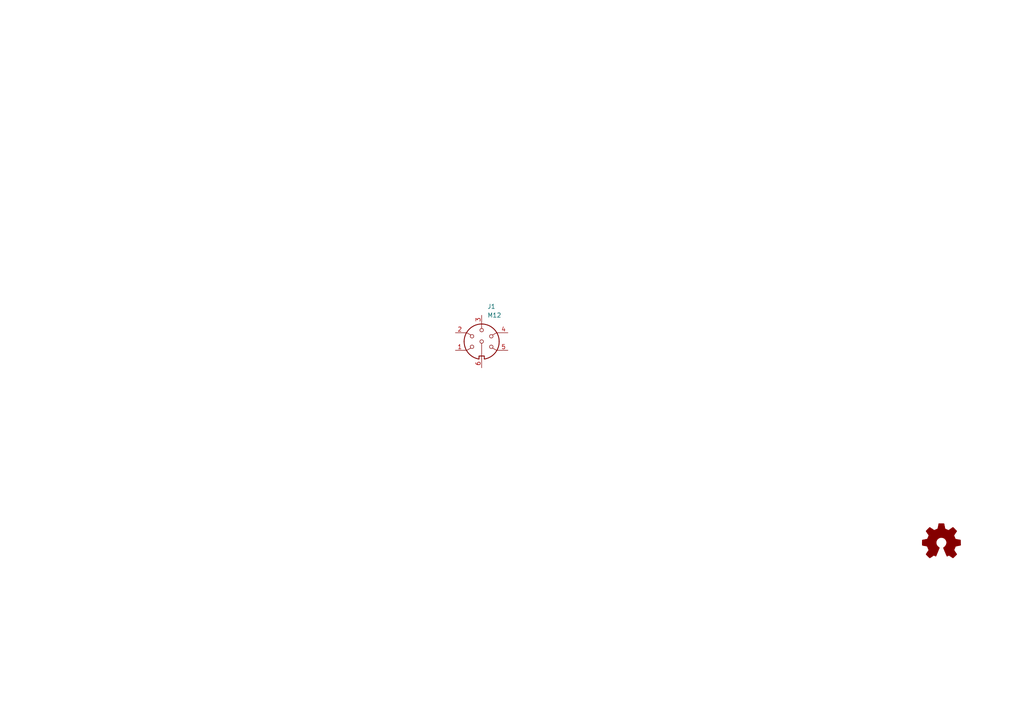
<source format=kicad_sch>
(kicad_sch
	(version 20231120)
	(generator "eeschema")
	(generator_version "8.0")
	(uuid "57732dd3-1162-4c3f-88bd-31bf473d124d")
	(paper "A4")
	(lib_symbols
		(symbol "Connector:DIN-6"
			(pin_names
				(offset 1.016)
			)
			(exclude_from_sim no)
			(in_bom yes)
			(on_board yes)
			(property "Reference" "J"
				(at 3.175 5.715 0)
				(effects
					(font
						(size 1.27 1.27)
					)
				)
			)
			(property "Value" "DIN-6"
				(at 4.445 -4.445 0)
				(effects
					(font
						(size 1.27 1.27)
					)
					(justify left)
				)
			)
			(property "Footprint" ""
				(at 0 0 0)
				(effects
					(font
						(size 1.27 1.27)
					)
					(hide yes)
				)
			)
			(property "Datasheet" "http://www.mouser.com/ds/2/18/40_c091_abd_e-75918.pdf"
				(at 0 0 0)
				(effects
					(font
						(size 1.27 1.27)
					)
					(hide yes)
				)
			)
			(property "Description" "6-pin DIN connector"
				(at 0 0 0)
				(effects
					(font
						(size 1.27 1.27)
					)
					(hide yes)
				)
			)
			(property "ki_keywords" "circular DIN connector"
				(at 0 0 0)
				(effects
					(font
						(size 1.27 1.27)
					)
					(hide yes)
				)
			)
			(property "ki_fp_filters" "DIN*"
				(at 0 0 0)
				(effects
					(font
						(size 1.27 1.27)
					)
					(hide yes)
				)
			)
			(symbol "DIN-6_0_1"
				(arc
					(start -5.08 0)
					(mid -3.8609 -3.3364)
					(end -0.762 -5.08)
					(stroke
						(width 0.254)
						(type default)
					)
					(fill
						(type none)
					)
				)
				(circle
					(center -2.794 -1.524)
					(radius 0.508)
					(stroke
						(width 0)
						(type default)
					)
					(fill
						(type none)
					)
				)
				(circle
					(center -2.794 1.524)
					(radius 0.508)
					(stroke
						(width 0)
						(type default)
					)
					(fill
						(type none)
					)
				)
				(polyline
					(pts
						(xy 0 -5.08) (xy 0 -0.508)
					)
					(stroke
						(width 0)
						(type default)
					)
					(fill
						(type none)
					)
				)
				(polyline
					(pts
						(xy 0 5.08) (xy 0 3.81)
					)
					(stroke
						(width 0)
						(type default)
					)
					(fill
						(type none)
					)
				)
				(polyline
					(pts
						(xy -5.08 -2.54) (xy -4.318 -2.54) (xy -3.175 -1.905)
					)
					(stroke
						(width 0)
						(type default)
					)
					(fill
						(type none)
					)
				)
				(polyline
					(pts
						(xy -5.08 2.54) (xy -4.318 2.54) (xy -3.175 1.905)
					)
					(stroke
						(width 0)
						(type default)
					)
					(fill
						(type none)
					)
				)
				(polyline
					(pts
						(xy 5.08 -2.54) (xy 4.318 -2.54) (xy 3.175 -1.905)
					)
					(stroke
						(width 0)
						(type default)
					)
					(fill
						(type none)
					)
				)
				(polyline
					(pts
						(xy 5.08 2.54) (xy 4.318 2.54) (xy 3.175 1.905)
					)
					(stroke
						(width 0)
						(type default)
					)
					(fill
						(type none)
					)
				)
				(polyline
					(pts
						(xy -0.762 -4.953) (xy -0.762 -4.191) (xy 0.762 -4.191) (xy 0.762 -4.953)
					)
					(stroke
						(width 0.254)
						(type default)
					)
					(fill
						(type none)
					)
				)
				(circle
					(center 0 0)
					(radius 0.508)
					(stroke
						(width 0)
						(type default)
					)
					(fill
						(type none)
					)
				)
				(circle
					(center 0 3.302)
					(radius 0.508)
					(stroke
						(width 0)
						(type default)
					)
					(fill
						(type none)
					)
				)
				(arc
					(start 0.762 -5.08)
					(mid 3.8685 -3.343)
					(end 5.08 0)
					(stroke
						(width 0.254)
						(type default)
					)
					(fill
						(type none)
					)
				)
				(circle
					(center 2.794 -1.524)
					(radius 0.508)
					(stroke
						(width 0)
						(type default)
					)
					(fill
						(type none)
					)
				)
				(circle
					(center 2.794 1.524)
					(radius 0.508)
					(stroke
						(width 0)
						(type default)
					)
					(fill
						(type none)
					)
				)
				(arc
					(start 5.08 0)
					(mid 0 5.0579)
					(end -5.08 0)
					(stroke
						(width 0.254)
						(type default)
					)
					(fill
						(type none)
					)
				)
			)
			(symbol "DIN-6_1_1"
				(pin passive line
					(at -7.62 -2.54 0)
					(length 2.54)
					(name "~"
						(effects
							(font
								(size 1.27 1.27)
							)
						)
					)
					(number "1"
						(effects
							(font
								(size 1.27 1.27)
							)
						)
					)
				)
				(pin passive line
					(at -7.62 2.54 0)
					(length 2.54)
					(name "~"
						(effects
							(font
								(size 1.27 1.27)
							)
						)
					)
					(number "2"
						(effects
							(font
								(size 1.27 1.27)
							)
						)
					)
				)
				(pin passive line
					(at 0 7.62 270)
					(length 2.54)
					(name "~"
						(effects
							(font
								(size 1.27 1.27)
							)
						)
					)
					(number "3"
						(effects
							(font
								(size 1.27 1.27)
							)
						)
					)
				)
				(pin passive line
					(at 7.62 2.54 180)
					(length 2.54)
					(name "~"
						(effects
							(font
								(size 1.27 1.27)
							)
						)
					)
					(number "4"
						(effects
							(font
								(size 1.27 1.27)
							)
						)
					)
				)
				(pin passive line
					(at 7.62 -2.54 180)
					(length 2.54)
					(name "~"
						(effects
							(font
								(size 1.27 1.27)
							)
						)
					)
					(number "5"
						(effects
							(font
								(size 1.27 1.27)
							)
						)
					)
				)
				(pin passive line
					(at 0 -7.62 90)
					(length 2.54)
					(name "~"
						(effects
							(font
								(size 1.27 1.27)
							)
						)
					)
					(number "6"
						(effects
							(font
								(size 1.27 1.27)
							)
						)
					)
				)
			)
		)
		(symbol "Graphic:Logo_Open_Hardware_Small"
			(pin_names
				(offset 1.016)
			)
			(exclude_from_sim no)
			(in_bom yes)
			(on_board yes)
			(property "Reference" "#LOGO"
				(at 0 6.985 0)
				(effects
					(font
						(size 1.27 1.27)
					)
					(hide yes)
				)
			)
			(property "Value" "Logo_Open_Hardware_Small"
				(at 0 -5.715 0)
				(effects
					(font
						(size 1.27 1.27)
					)
					(hide yes)
				)
			)
			(property "Footprint" ""
				(at 0 0 0)
				(effects
					(font
						(size 1.27 1.27)
					)
					(hide yes)
				)
			)
			(property "Datasheet" "~"
				(at 0 0 0)
				(effects
					(font
						(size 1.27 1.27)
					)
					(hide yes)
				)
			)
			(property "Description" "Open Hardware logo, small"
				(at 0 0 0)
				(effects
					(font
						(size 1.27 1.27)
					)
					(hide yes)
				)
			)
			(property "ki_keywords" "Logo"
				(at 0 0 0)
				(effects
					(font
						(size 1.27 1.27)
					)
					(hide yes)
				)
			)
			(symbol "Logo_Open_Hardware_Small_0_1"
				(polyline
					(pts
						(xy 3.3528 -4.3434) (xy 3.302 -4.318) (xy 3.175 -4.2418) (xy 2.9972 -4.1148) (xy 2.7686 -3.9624)
						(xy 2.54 -3.81) (xy 2.3622 -3.7084) (xy 2.2352 -3.6068) (xy 2.1844 -3.5814) (xy 2.159 -3.6068)
						(xy 2.0574 -3.6576) (xy 1.905 -3.7338) (xy 1.8034 -3.7846) (xy 1.6764 -3.8354) (xy 1.6002 -3.8354)
						(xy 1.6002 -3.8354) (xy 1.5494 -3.7338) (xy 1.4732 -3.5306) (xy 1.3462 -3.302) (xy 1.2446 -3.0226)
						(xy 1.1176 -2.7178) (xy 0.9652 -2.413) (xy 0.8636 -2.1082) (xy 0.7366 -1.8288) (xy 0.6604 -1.6256)
						(xy 0.6096 -1.4732) (xy 0.5842 -1.397) (xy 0.5842 -1.397) (xy 0.6604 -1.3208) (xy 0.7874 -1.2446)
						(xy 1.0414 -1.016) (xy 1.2954 -0.6858) (xy 1.4478 -0.3302) (xy 1.524 0.0762) (xy 1.4732 0.4572)
						(xy 1.3208 0.8128) (xy 1.0668 1.143) (xy 0.762 1.3716) (xy 0.4064 1.524) (xy 0 1.5748) (xy -0.381 1.5494)
						(xy -0.7366 1.397) (xy -1.0668 1.143) (xy -1.2192 0.9906) (xy -1.397 0.6604) (xy -1.524 0.3048)
						(xy -1.524 0.2286) (xy -1.4986 -0.1778) (xy -1.397 -0.5334) (xy -1.1938 -0.8636) (xy -0.9144 -1.143)
						(xy -0.8636 -1.1684) (xy -0.7366 -1.27) (xy -0.635 -1.3462) (xy -0.5842 -1.397) (xy -1.0668 -2.5908)
						(xy -1.143 -2.794) (xy -1.2954 -3.1242) (xy -1.397 -3.4036) (xy -1.4986 -3.6322) (xy -1.5748 -3.7846)
						(xy -1.6002 -3.8354) (xy -1.6002 -3.8354) (xy -1.651 -3.8354) (xy -1.7272 -3.81) (xy -1.905 -3.7338)
						(xy -2.0066 -3.683) (xy -2.1336 -3.6068) (xy -2.2098 -3.5814) (xy -2.2606 -3.6068) (xy -2.3622 -3.683)
						(xy -2.54 -3.81) (xy -2.7686 -3.9624) (xy -2.9718 -4.0894) (xy -3.1496 -4.2164) (xy -3.302 -4.318)
						(xy -3.3528 -4.3434) (xy -3.3782 -4.3434) (xy -3.429 -4.318) (xy -3.5306 -4.2164) (xy -3.7084 -4.064)
						(xy -3.937 -3.8354) (xy -3.9624 -3.81) (xy -4.1656 -3.6068) (xy -4.318 -3.4544) (xy -4.4196 -3.3274)
						(xy -4.445 -3.2766) (xy -4.445 -3.2766) (xy -4.4196 -3.2258) (xy -4.318 -3.0734) (xy -4.2164 -2.8956)
						(xy -4.064 -2.667) (xy -3.6576 -2.0828) (xy -3.8862 -1.5494) (xy -3.937 -1.3716) (xy -4.0386 -1.1684)
						(xy -4.0894 -1.0414) (xy -4.1148 -0.9652) (xy -4.191 -0.9398) (xy -4.318 -0.9144) (xy -4.5466 -0.8636)
						(xy -4.8006 -0.8128) (xy -5.0546 -0.7874) (xy -5.2578 -0.7366) (xy -5.4356 -0.7112) (xy -5.5118 -0.6858)
						(xy -5.5118 -0.6858) (xy -5.5372 -0.635) (xy -5.5372 -0.5588) (xy -5.5372 -0.4318) (xy -5.5626 -0.2286)
						(xy -5.5626 0.0762) (xy -5.5626 0.127) (xy -5.5372 0.4064) (xy -5.5372 0.635) (xy -5.5372 0.762)
						(xy -5.5372 0.8382) (xy -5.5372 0.8382) (xy -5.461 0.8382) (xy -5.3086 0.889) (xy -5.08 0.9144)
						(xy -4.826 0.9652) (xy -4.8006 0.9906) (xy -4.5466 1.0414) (xy -4.318 1.0668) (xy -4.1656 1.1176)
						(xy -4.0894 1.143) (xy -4.0894 1.143) (xy -4.0386 1.2446) (xy -3.9624 1.4224) (xy -3.8608 1.6256)
						(xy -3.7846 1.8288) (xy -3.7084 2.0066) (xy -3.6576 2.159) (xy -3.6322 2.2098) (xy -3.6322 2.2098)
						(xy -3.683 2.286) (xy -3.7592 2.413) (xy -3.8862 2.5908) (xy -4.064 2.8194) (xy -4.064 2.8448)
						(xy -4.2164 3.0734) (xy -4.3434 3.2512) (xy -4.4196 3.3782) (xy -4.445 3.4544) (xy -4.445 3.4544)
						(xy -4.3942 3.5052) (xy -4.2926 3.6322) (xy -4.1148 3.81) (xy -3.937 4.0132) (xy -3.8608 4.064)
						(xy -3.6576 4.2926) (xy -3.5052 4.4196) (xy -3.4036 4.4958) (xy -3.3528 4.5212) (xy -3.3528 4.5212)
						(xy -3.302 4.4704) (xy -3.1496 4.3688) (xy -2.9718 4.2418) (xy -2.7432 4.0894) (xy -2.7178 4.0894)
						(xy -2.4892 3.937) (xy -2.3114 3.81) (xy -2.1844 3.7084) (xy -2.1336 3.683) (xy -2.1082 3.683)
						(xy -2.032 3.7084) (xy -1.8542 3.7592) (xy -1.6764 3.8354) (xy -1.4732 3.937) (xy -1.27 4.0132)
						(xy -1.143 4.064) (xy -1.0668 4.1148) (xy -1.0668 4.1148) (xy -1.0414 4.191) (xy -1.016 4.3434)
						(xy -0.9652 4.572) (xy -0.9144 4.8514) (xy -0.889 4.9022) (xy -0.8382 5.1562) (xy -0.8128 5.3848)
						(xy -0.7874 5.5372) (xy -0.762 5.588) (xy -0.7112 5.6134) (xy -0.5842 5.6134) (xy -0.4064 5.6134)
						(xy -0.1524 5.6134) (xy 0.0762 5.6134) (xy 0.3302 5.6134) (xy 0.5334 5.6134) (xy 0.6858 5.588)
						(xy 0.7366 5.588) (xy 0.7366 5.588) (xy 0.762 5.5118) (xy 0.8128 5.334) (xy 0.8382 5.1054) (xy 0.9144 4.826)
						(xy 0.9144 4.7752) (xy 0.9652 4.5212) (xy 1.016 4.2926) (xy 1.0414 4.1402) (xy 1.0668 4.0894)
						(xy 1.0668 4.0894) (xy 1.1938 4.0386) (xy 1.3716 3.9624) (xy 1.5748 3.8608) (xy 2.0828 3.6576)
						(xy 2.7178 4.0894) (xy 2.7686 4.1402) (xy 2.9972 4.2926) (xy 3.175 4.4196) (xy 3.302 4.4958) (xy 3.3782 4.5212)
						(xy 3.3782 4.5212) (xy 3.429 4.4704) (xy 3.556 4.3434) (xy 3.7338 4.191) (xy 3.9116 3.9878) (xy 4.064 3.8354)
						(xy 4.2418 3.6576) (xy 4.3434 3.556) (xy 4.4196 3.4798) (xy 4.4196 3.429) (xy 4.4196 3.4036) (xy 4.3942 3.3274)
						(xy 4.2926 3.2004) (xy 4.1656 2.9972) (xy 4.0132 2.794) (xy 3.8862 2.5908) (xy 3.7592 2.3876)
						(xy 3.6576 2.2352) (xy 3.6322 2.159) (xy 3.6322 2.1336) (xy 3.683 2.0066) (xy 3.7592 1.8288) (xy 3.8608 1.6002)
						(xy 4.064 1.1176) (xy 4.3942 1.0414) (xy 4.5974 1.016) (xy 4.8768 0.9652) (xy 5.1308 0.9144) (xy 5.5372 0.8382)
						(xy 5.5626 -0.6604) (xy 5.4864 -0.6858) (xy 5.4356 -0.6858) (xy 5.2832 -0.7366) (xy 5.0546 -0.762)
						(xy 4.8006 -0.8128) (xy 4.5974 -0.8636) (xy 4.3688 -0.9144) (xy 4.2164 -0.9398) (xy 4.1402 -0.9398)
						(xy 4.1148 -0.9652) (xy 4.064 -1.0668) (xy 3.9878 -1.2446) (xy 3.9116 -1.4478) (xy 3.81 -1.651)
						(xy 3.7338 -1.8542) (xy 3.683 -2.0066) (xy 3.6576 -2.0828) (xy 3.683 -2.1336) (xy 3.7846 -2.2606)
						(xy 3.8862 -2.4638) (xy 4.0386 -2.667) (xy 4.191 -2.8956) (xy 4.318 -3.0734) (xy 4.3942 -3.2004)
						(xy 4.445 -3.2766) (xy 4.4196 -3.3274) (xy 4.3434 -3.429) (xy 4.1656 -3.5814) (xy 3.937 -3.8354)
						(xy 3.8862 -3.8608) (xy 3.683 -4.064) (xy 3.5306 -4.2164) (xy 3.4036 -4.318) (xy 3.3528 -4.3434)
					)
					(stroke
						(width 0)
						(type default)
					)
					(fill
						(type outline)
					)
				)
			)
		)
	)
	(symbol
		(lib_id "Connector:DIN-6")
		(at 139.7 99.06 0)
		(unit 1)
		(exclude_from_sim no)
		(in_bom yes)
		(on_board yes)
		(dnp no)
		(fields_autoplaced yes)
		(uuid "ac52588c-3238-439f-b999-9574082e4e53")
		(property "Reference" "J1"
			(at 141.3511 88.9 0)
			(effects
				(font
					(size 1.27 1.27)
				)
				(justify left)
			)
		)
		(property "Value" "M12"
			(at 141.3511 91.44 0)
			(effects
				(font
					(size 1.27 1.27)
				)
				(justify left)
			)
		)
		(property "Footprint" "b160:M12-6A"
			(at 139.7 99.06 0)
			(effects
				(font
					(size 1.27 1.27)
				)
				(hide yes)
			)
		)
		(property "Datasheet" ""
			(at 139.7 99.06 0)
			(effects
				(font
					(size 1.27 1.27)
				)
				(hide yes)
			)
		)
		(property "Description" ""
			(at 139.7 99.06 0)
			(effects
				(font
					(size 1.27 1.27)
				)
				(hide yes)
			)
		)
		(pin "4"
			(uuid "60a6d663-db67-477b-ac51-77f6ba299bef")
		)
		(pin "6"
			(uuid "75301a54-8420-4bf6-8efd-167f90a20088")
		)
		(pin "3"
			(uuid "3161a7a2-2fa8-4d5b-be7e-d90071a51d9c")
		)
		(pin "5"
			(uuid "e46e4b6e-24cb-4f62-a469-57583a30f515")
		)
		(pin "2"
			(uuid "2b805d13-8d07-49ef-ac53-6552d3d831b8")
		)
		(pin "1"
			(uuid "f5027b0a-6d10-48b6-a194-7cb107c99d1a")
		)
		(instances
			(project ""
				(path "/57732dd3-1162-4c3f-88bd-31bf473d124d"
					(reference "J1")
					(unit 1)
				)
			)
		)
	)
	(symbol
		(lib_id "Graphic:Logo_Open_Hardware_Small")
		(at 273.05 157.48 0)
		(unit 1)
		(exclude_from_sim no)
		(in_bom yes)
		(on_board yes)
		(dnp no)
		(fields_autoplaced yes)
		(uuid "b72b6f4a-7489-40f2-bb90-d75ae01aa368")
		(property "Reference" "LOGO1"
			(at 273.05 150.495 0)
			(effects
				(font
					(size 1.27 1.27)
				)
				(hide yes)
			)
		)
		(property "Value" "Logo_Open_Hardware_Small"
			(at 273.05 163.195 0)
			(effects
				(font
					(size 1.27 1.27)
				)
				(hide yes)
			)
		)
		(property "Footprint" "Symbol:OSHW-Symbol_6.7x6mm_SilkScreen"
			(at 273.05 157.48 0)
			(effects
				(font
					(size 1.27 1.27)
				)
				(hide yes)
			)
		)
		(property "Datasheet" "~"
			(at 273.05 157.48 0)
			(effects
				(font
					(size 1.27 1.27)
				)
				(hide yes)
			)
		)
		(property "Description" ""
			(at 273.05 157.48 0)
			(effects
				(font
					(size 1.27 1.27)
				)
				(hide yes)
			)
		)
		(instances
			(project "board"
				(path "/57732dd3-1162-4c3f-88bd-31bf473d124d"
					(reference "LOGO1")
					(unit 1)
				)
			)
		)
	)
	(sheet_instances
		(path "/"
			(page "1")
		)
	)
)

</source>
